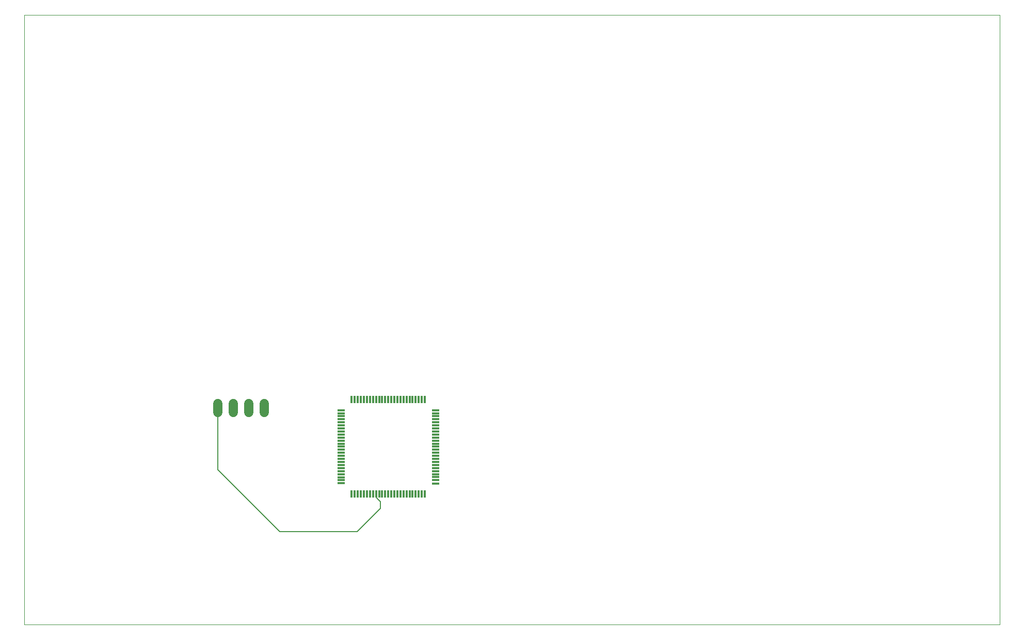
<source format=gtl>
G75*
%MOIN*%
%OFA0B0*%
%FSLAX25Y25*%
%IPPOS*%
%LPD*%
%AMOC8*
5,1,8,0,0,1.08239X$1,22.5*
%
%ADD10C,0.00000*%
%ADD11R,0.01181X0.04724*%
%ADD12R,0.04724X0.01181*%
%ADD13C,0.05937*%
%ADD14C,0.00600*%
D10*
X0001000Y0001000D02*
X0001000Y0394701D01*
X0630921Y0394701D01*
X0630921Y0001000D01*
X0001000Y0001000D01*
D11*
X0212378Y0085488D03*
X0214346Y0085488D03*
X0216315Y0085488D03*
X0218283Y0085488D03*
X0220252Y0085488D03*
X0222220Y0085488D03*
X0224189Y0085488D03*
X0226157Y0085488D03*
X0228126Y0085488D03*
X0230094Y0085488D03*
X0232063Y0085488D03*
X0234031Y0085488D03*
X0236000Y0085488D03*
X0237969Y0085488D03*
X0239937Y0085488D03*
X0241906Y0085488D03*
X0243874Y0085488D03*
X0245843Y0085488D03*
X0247811Y0085488D03*
X0249780Y0085488D03*
X0251748Y0085488D03*
X0253717Y0085488D03*
X0255685Y0085488D03*
X0257654Y0085488D03*
X0259622Y0085488D03*
X0259622Y0146512D03*
X0257654Y0146512D03*
X0255685Y0146512D03*
X0253717Y0146512D03*
X0251748Y0146512D03*
X0249780Y0146512D03*
X0247811Y0146512D03*
X0245843Y0146512D03*
X0243874Y0146512D03*
X0241906Y0146512D03*
X0239937Y0146512D03*
X0237969Y0146512D03*
X0236000Y0146512D03*
X0234031Y0146512D03*
X0232063Y0146512D03*
X0230094Y0146512D03*
X0228126Y0146512D03*
X0226157Y0146512D03*
X0224189Y0146512D03*
X0222220Y0146512D03*
X0220252Y0146512D03*
X0218283Y0146512D03*
X0216315Y0146512D03*
X0214346Y0146512D03*
X0212378Y0146512D03*
D12*
X0205488Y0139622D03*
X0205488Y0137654D03*
X0205488Y0135685D03*
X0205488Y0133717D03*
X0205488Y0131748D03*
X0205488Y0129780D03*
X0205488Y0127811D03*
X0205488Y0125843D03*
X0205488Y0123874D03*
X0205488Y0121906D03*
X0205488Y0119937D03*
X0205488Y0117969D03*
X0205488Y0116000D03*
X0205488Y0114031D03*
X0205488Y0112063D03*
X0205488Y0110094D03*
X0205488Y0108126D03*
X0205488Y0106157D03*
X0205488Y0104189D03*
X0205488Y0102220D03*
X0205488Y0100252D03*
X0205488Y0098283D03*
X0205488Y0096315D03*
X0205488Y0094346D03*
X0205488Y0092378D03*
X0266512Y0092315D03*
X0266512Y0094346D03*
X0266512Y0096378D03*
X0266512Y0098283D03*
X0266512Y0100252D03*
X0266512Y0102220D03*
X0266512Y0104189D03*
X0266512Y0106157D03*
X0266512Y0108126D03*
X0266512Y0110094D03*
X0266512Y0112063D03*
X0266512Y0114031D03*
X0266512Y0116000D03*
X0266512Y0117969D03*
X0266512Y0119937D03*
X0266512Y0121906D03*
X0266512Y0123874D03*
X0266512Y0125843D03*
X0266512Y0127811D03*
X0266512Y0129780D03*
X0266512Y0131748D03*
X0266512Y0133717D03*
X0266512Y0135685D03*
X0266512Y0137654D03*
X0266512Y0139622D03*
D13*
X0156000Y0138031D02*
X0156000Y0143969D01*
X0146000Y0143969D02*
X0146000Y0138031D01*
X0136000Y0138031D02*
X0136000Y0143969D01*
X0126000Y0143969D02*
X0126000Y0138031D01*
D14*
X0126000Y0141000D02*
X0126000Y0101000D01*
X0166000Y0061000D01*
X0216000Y0061000D01*
X0231000Y0076000D01*
X0231000Y0080357D01*
X0228604Y0082753D01*
X0228604Y0085010D01*
X0228126Y0085488D01*
M02*

</source>
